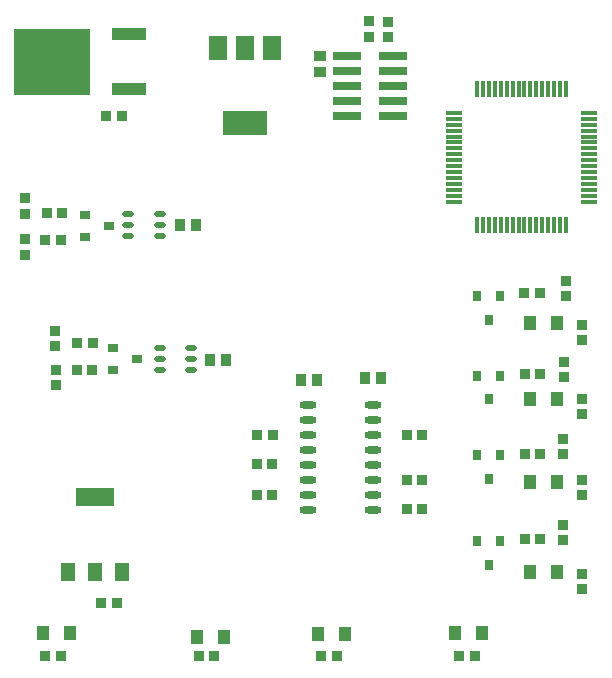
<source format=gbr>
%TF.GenerationSoftware,Altium Limited,Altium Designer,19.1.8 (144)*%
G04 Layer_Color=8421504*
%FSLAX26Y26*%
%MOIN*%
%TF.FileFunction,Paste,Top*%
%TF.Part,Single*%
G01*
G75*
%TA.AperFunction,SMDPad,CuDef*%
%ADD11R,0.039370X0.035433*%
%ADD12R,0.035433X0.039370*%
%ADD13R,0.043307X0.051181*%
%ADD14R,0.035433X0.031496*%
%ADD15R,0.031496X0.035433*%
%ADD16R,0.129921X0.059055*%
%ADD17R,0.047244X0.059055*%
%ADD18R,0.251969X0.218504*%
%ADD19R,0.118110X0.039370*%
%ADD20R,0.037402X0.033465*%
%ADD21R,0.033465X0.037402*%
%ADD22R,0.011811X0.053150*%
%ADD23R,0.053150X0.011811*%
%ADD24O,0.057087X0.023622*%
%ADD25O,0.039370X0.019685*%
%ADD26R,0.149606X0.078740*%
%ADD27R,0.059055X0.078740*%
%ADD28R,0.094488X0.029921*%
D11*
X1886670Y3026095D02*
D03*
Y2972945D02*
D03*
D12*
X1820991Y1945167D02*
D03*
X1874141D02*
D03*
X2088302Y1952094D02*
D03*
X2035152D02*
D03*
X1419746Y2462530D02*
D03*
X1472896D02*
D03*
X1518178Y2012655D02*
D03*
X1571328D02*
D03*
D13*
X2675917Y1306255D02*
D03*
X2585366D02*
D03*
X2675917Y1605088D02*
D03*
X2585366D02*
D03*
X2675917Y1882659D02*
D03*
X2585366D02*
D03*
X2675917Y2134434D02*
D03*
X2585366D02*
D03*
X1967535Y1099556D02*
D03*
X1876984D02*
D03*
X1565410Y1089831D02*
D03*
X1474859D02*
D03*
X1051335Y1101640D02*
D03*
X960784D02*
D03*
X2424043Y1102586D02*
D03*
X2333492D02*
D03*
D14*
X1101713Y2496664D02*
D03*
Y2421860D02*
D03*
X1180453Y2459262D02*
D03*
X1196263Y2053002D02*
D03*
Y1978198D02*
D03*
X1275003Y2015600D02*
D03*
D15*
X2484502Y1408966D02*
D03*
X2409699D02*
D03*
X2447100Y1330225D02*
D03*
X2484502Y1694533D02*
D03*
X2409699D02*
D03*
X2447100Y1615793D02*
D03*
X2484502Y1960578D02*
D03*
X2409699D02*
D03*
X2447100Y1881837D02*
D03*
X2484502Y2224155D02*
D03*
X2409699D02*
D03*
X2447100Y2145414D02*
D03*
D16*
X1135551Y1557284D02*
D03*
D17*
X1226102Y1305315D02*
D03*
X1135551D02*
D03*
X1045000D02*
D03*
D18*
X993032Y3007284D02*
D03*
D19*
X1246968Y3097441D02*
D03*
Y2917126D02*
D03*
D20*
X2759916Y1247671D02*
D03*
Y1298852D02*
D03*
X2693651Y1411425D02*
D03*
Y1462606D02*
D03*
X2695670Y1698838D02*
D03*
Y1750019D02*
D03*
X2759916Y1561581D02*
D03*
Y1612762D02*
D03*
X2699904Y1954122D02*
D03*
Y2005303D02*
D03*
X2759916Y1832708D02*
D03*
Y1883889D02*
D03*
Y2079227D02*
D03*
Y2130408D02*
D03*
X2705613Y2225193D02*
D03*
Y2276375D02*
D03*
X1004886Y1980042D02*
D03*
Y1928861D02*
D03*
X1003193Y2058498D02*
D03*
Y2109679D02*
D03*
X2110248Y3140073D02*
D03*
Y3088892D02*
D03*
X902286Y2415141D02*
D03*
Y2363960D02*
D03*
X903146Y2500216D02*
D03*
Y2551398D02*
D03*
X2046962Y3140932D02*
D03*
Y3089751D02*
D03*
D21*
X2618707Y1415436D02*
D03*
X2567526D02*
D03*
X2618707Y1698838D02*
D03*
X2567526D02*
D03*
X2618707Y1964027D02*
D03*
X2567526D02*
D03*
X2617126Y2237205D02*
D03*
X2565945D02*
D03*
X1727361Y1762028D02*
D03*
X1676180D02*
D03*
X1025829Y2501919D02*
D03*
X974648D02*
D03*
X1020613Y2413394D02*
D03*
X969432D02*
D03*
X1127953Y2067913D02*
D03*
X1076772D02*
D03*
X1126510Y1977764D02*
D03*
X1075329D02*
D03*
X1224093Y2824178D02*
D03*
X1172912D02*
D03*
X2349961Y1027284D02*
D03*
X2401142D02*
D03*
X1889961D02*
D03*
X1941142D02*
D03*
X969961D02*
D03*
X1021142D02*
D03*
X1725824Y1665998D02*
D03*
X1674643D02*
D03*
X1726592Y1563054D02*
D03*
X1675411D02*
D03*
X2174280Y1514466D02*
D03*
X2225461D02*
D03*
X2174280Y1613024D02*
D03*
X2225461D02*
D03*
X2174280Y1763745D02*
D03*
X2225461D02*
D03*
X1156780Y1202312D02*
D03*
X1207961D02*
D03*
X1481556Y1024862D02*
D03*
X1532737D02*
D03*
D22*
X2409164Y2914610D02*
D03*
X2428849D02*
D03*
X2448534D02*
D03*
X2468220D02*
D03*
X2487905D02*
D03*
X2507590D02*
D03*
X2527275D02*
D03*
X2546960D02*
D03*
X2566645D02*
D03*
X2586330D02*
D03*
X2606015D02*
D03*
X2625700D02*
D03*
X2645385D02*
D03*
X2665070D02*
D03*
X2684755D02*
D03*
X2704440D02*
D03*
Y2461855D02*
D03*
X2684755D02*
D03*
X2665070D02*
D03*
X2645385D02*
D03*
X2625700D02*
D03*
X2606015D02*
D03*
X2586330D02*
D03*
X2566645D02*
D03*
X2546960D02*
D03*
X2527275D02*
D03*
X2507590D02*
D03*
X2487905D02*
D03*
X2468220D02*
D03*
X2448534D02*
D03*
X2428849D02*
D03*
X2409164D02*
D03*
D23*
X2783180Y2835870D02*
D03*
Y2816185D02*
D03*
Y2796500D02*
D03*
Y2776815D02*
D03*
Y2757130D02*
D03*
Y2737445D02*
D03*
Y2717760D02*
D03*
Y2698075D02*
D03*
Y2678390D02*
D03*
Y2658705D02*
D03*
Y2639020D02*
D03*
Y2619335D02*
D03*
Y2599650D02*
D03*
Y2579965D02*
D03*
Y2560280D02*
D03*
Y2540595D02*
D03*
X2330424D02*
D03*
Y2560280D02*
D03*
Y2579965D02*
D03*
Y2599650D02*
D03*
Y2619335D02*
D03*
Y2639020D02*
D03*
Y2658705D02*
D03*
Y2678390D02*
D03*
Y2698075D02*
D03*
Y2717760D02*
D03*
Y2737445D02*
D03*
Y2757130D02*
D03*
Y2776815D02*
D03*
Y2796500D02*
D03*
Y2816185D02*
D03*
Y2835870D02*
D03*
D24*
X2061233Y1513745D02*
D03*
Y1563745D02*
D03*
Y1613745D02*
D03*
Y1663745D02*
D03*
Y1713745D02*
D03*
Y1763745D02*
D03*
Y1813745D02*
D03*
Y1863745D02*
D03*
X1846666Y1513745D02*
D03*
Y1563745D02*
D03*
Y1613745D02*
D03*
Y1663745D02*
D03*
Y1713745D02*
D03*
Y1763745D02*
D03*
Y1813745D02*
D03*
Y1863745D02*
D03*
D25*
X1350658Y2425798D02*
D03*
Y2463199D02*
D03*
Y2500601D02*
D03*
X1244359Y2425798D02*
D03*
Y2463199D02*
D03*
Y2500601D02*
D03*
X1456524Y1977370D02*
D03*
Y2014772D02*
D03*
Y2052173D02*
D03*
X1350225Y1977370D02*
D03*
Y2014772D02*
D03*
Y2052173D02*
D03*
D26*
X1635551Y2803268D02*
D03*
D27*
X1545000Y3051299D02*
D03*
X1635551D02*
D03*
X1726102D02*
D03*
D28*
X2127786Y2825785D02*
D03*
X1974243D02*
D03*
X2127786Y2875785D02*
D03*
X1974243D02*
D03*
X2127786Y2925785D02*
D03*
X1974243D02*
D03*
X2127786Y2975785D02*
D03*
X1974243D02*
D03*
X2127786Y3025785D02*
D03*
X1974243D02*
D03*
%TF.MD5,87b4396d901001d87ff72c34e870f2e4*%
M02*

</source>
